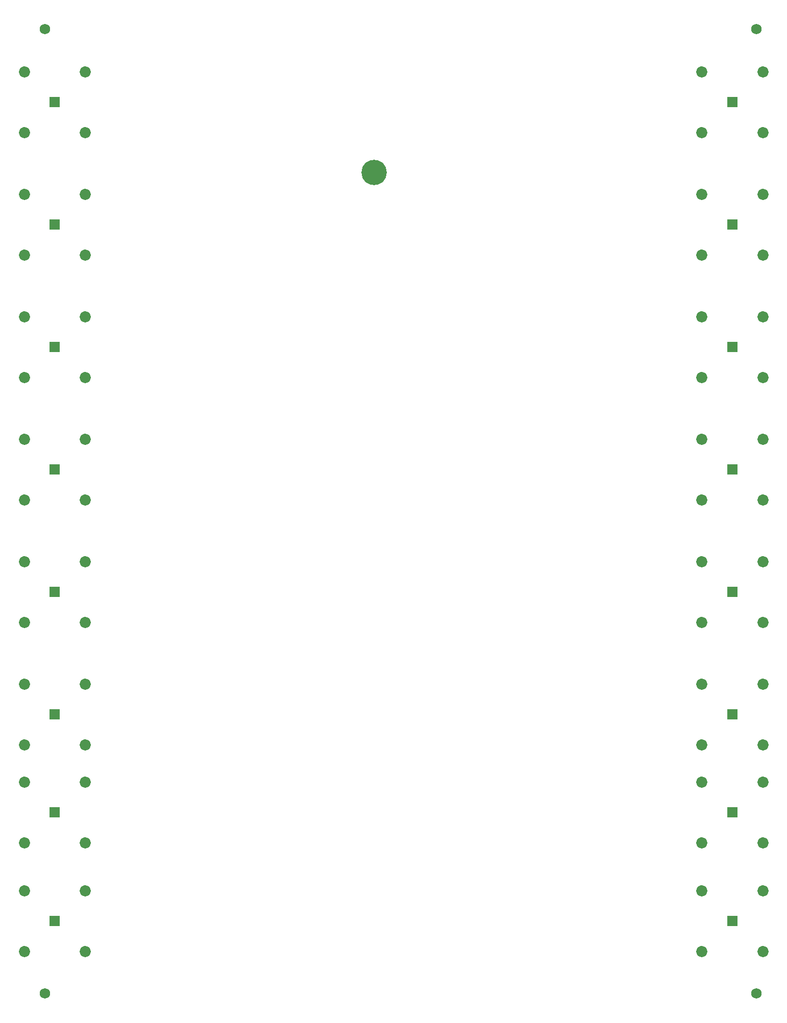
<source format=gbr>
%TF.GenerationSoftware,Altium Limited,Altium Designer,24.2.2 (26)*%
G04 Layer_Color=16711935*
%FSLAX25Y25*%
%MOIN*%
%TF.SameCoordinates,61B93A5C-ACDD-4E93-83ED-5FE4BE46D4D4*%
%TF.FilePolarity,Negative*%
%TF.FileFunction,Soldermask,Bot*%
%TF.Part,Single*%
G01*
G75*
%TA.AperFunction,ComponentPad*%
%ADD16R,0.06693X0.06693*%
%ADD17C,0.07284*%
%TA.AperFunction,WasherPad*%
%ADD24C,0.06800*%
%TA.AperFunction,SMDPad,CuDef*%
%ADD25C,0.16548*%
D16*
X571100Y385500D02*
D03*
Y545500D02*
D03*
X128500D02*
D03*
X571100Y625500D02*
D03*
X128500D02*
D03*
X571100Y305500D02*
D03*
Y225500D02*
D03*
Y465500D02*
D03*
X128500Y305500D02*
D03*
X571100Y161500D02*
D03*
Y90500D02*
D03*
X128500Y385500D02*
D03*
Y465500D02*
D03*
Y161500D02*
D03*
Y225500D02*
D03*
Y90500D02*
D03*
D17*
X590982Y365618D02*
D03*
X551218D02*
D03*
X590982Y405382D02*
D03*
X551218D02*
D03*
X590982Y525618D02*
D03*
X551218D02*
D03*
X590982Y565382D02*
D03*
X551218D02*
D03*
X148382Y525618D02*
D03*
X108618D02*
D03*
X148382Y565382D02*
D03*
X108618D02*
D03*
X551218Y645382D02*
D03*
X590982D02*
D03*
X551218Y605618D02*
D03*
X590982D02*
D03*
X148382D02*
D03*
X108618D02*
D03*
X148382Y645382D02*
D03*
X108618D02*
D03*
X551218Y325382D02*
D03*
X590982D02*
D03*
X551218Y285618D02*
D03*
X590982D02*
D03*
X551218Y245382D02*
D03*
X590982D02*
D03*
X551218Y205618D02*
D03*
X590982D02*
D03*
X551218Y485382D02*
D03*
X590982D02*
D03*
X551218Y445618D02*
D03*
X590982D02*
D03*
X108618Y325382D02*
D03*
X148382D02*
D03*
X108618Y285618D02*
D03*
X148382D02*
D03*
X590982Y141618D02*
D03*
X551218D02*
D03*
X590982Y181382D02*
D03*
X551218D02*
D03*
X590982Y70618D02*
D03*
X551218D02*
D03*
X590982Y110382D02*
D03*
X551218D02*
D03*
X148382Y365618D02*
D03*
X108618D02*
D03*
X148382Y405382D02*
D03*
X108618D02*
D03*
X148382Y445618D02*
D03*
X108618D02*
D03*
X148382Y485382D02*
D03*
X108618D02*
D03*
X148382Y141618D02*
D03*
X108618D02*
D03*
X148382Y181382D02*
D03*
X108618D02*
D03*
X148382Y205618D02*
D03*
X108618D02*
D03*
X148382Y245382D02*
D03*
X108618D02*
D03*
X148382Y70618D02*
D03*
X108618D02*
D03*
X148382Y110382D02*
D03*
X108618D02*
D03*
D24*
X586614Y43307D02*
D03*
X122047D02*
D03*
X122047Y673228D02*
D03*
X586614D02*
D03*
D25*
X337000Y579500D02*
D03*
%TF.MD5,15056071e72576cd5fd2f38f2fadf706*%
M02*

</source>
